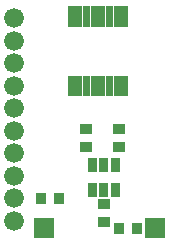
<source format=gbr>
G04 start of page 9 for group -4062 idx -4062 *
G04 Title: (unknown), soldermask *
G04 Creator: pcb 1.99z *
G04 CreationDate: Mon 31 Mar 2014 04:05:31 PM GMT UTC *
G04 For: ben *
G04 Format: Gerber/RS-274X *
G04 PCB-Dimensions (mil): 6000.00 5000.00 *
G04 PCB-Coordinate-Origin: lower left *
%MOIN*%
%FSLAX25Y25*%
%LNBOTTOMMASK*%
%ADD74R,0.0336X0.0336*%
%ADD73R,0.0300X0.0300*%
%ADD72R,0.0230X0.0230*%
%ADD71C,0.0001*%
%ADD70C,0.0660*%
G54D70*X145000Y480000D03*
Y472500D03*
Y465000D03*
Y457500D03*
Y450000D03*
G54D71*G36*
X151700Y413300D02*Y406700D01*
X158300D01*
Y413300D01*
X151700D01*
G37*
G36*
X188700D02*Y406700D01*
X195300D01*
Y413300D01*
X188700D01*
G37*
G54D70*X145000Y442500D03*
Y435000D03*
Y427500D03*
Y420000D03*
Y412500D03*
G54D72*X164044Y482917D02*Y478311D01*
X166603Y482917D02*Y478311D01*
X169162Y482917D02*Y478311D01*
X171721Y482917D02*Y478311D01*
X174279Y482917D02*Y478311D01*
X176838Y482917D02*Y478311D01*
X179397Y482917D02*Y478311D01*
X181956Y482917D02*Y478311D01*
G54D73*X171100Y431800D02*Y430200D01*
X175000Y431800D02*Y430200D01*
X178900Y431800D02*Y430200D01*
G54D74*X168803Y437047D02*X169197D01*
X160000Y420197D02*Y419803D01*
X154094Y420197D02*Y419803D01*
G54D72*X181956Y459689D02*Y455083D01*
X179397Y459689D02*Y455083D01*
X176838Y459689D02*Y455083D01*
X174279Y459689D02*Y455083D01*
G54D74*X179803Y442953D02*X180197D01*
X168803D02*X169197D01*
G54D72*X171721Y459689D02*Y455083D01*
X169162Y459689D02*Y455083D01*
X166603Y459689D02*Y455083D01*
X164044Y459689D02*Y455083D01*
G54D74*X179803Y437047D02*X180197D01*
X180047Y410197D02*Y409803D01*
X185953Y410197D02*Y409803D01*
G54D73*X178900Y423600D02*Y422000D01*
X175000Y423600D02*Y422000D01*
X171100Y423600D02*Y422000D01*
G54D74*X174803Y412047D02*X175197D01*
X174803Y417953D02*X175197D01*
M02*

</source>
